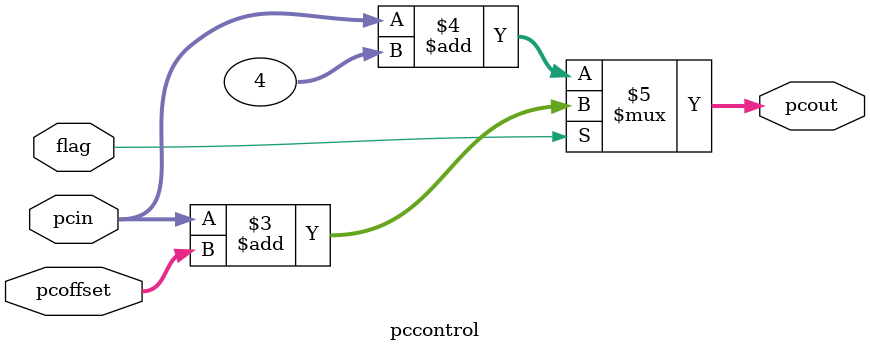
<source format=sv>

module core #(parameter WIDTH = 32) (
  input wire clock, nreset,
  input wire [31:0] programdata,
  input wire [WIDTH-1:0] readramdata,
  output wire writeram,
  output wire [WIDTH-1:0] programaddress,
  output wire [WIDTH-1:0] ramaddress,
  output wire [WIDTH-1:0] writeramdata
);

  // instruction truncation
  wire [6:0] function7;
  wire [2:0] function3;
  wire [6:0] operation;
  wire [4:0] rs1, rs2, rd;
  assign function7 = programdata[31:25];
  assign function3 = programdata[14:12];
  assign operation = programdata[6:0];
  assign rs2 = programdata[24:20];
  assign rs1 = programdata[19:15];
  assign rd  = programdata[11:7];

  // program counter
  wire [WIDTH-1:0] newpc;
  wire stall;
  pc #(WIDTH) pc(.clk(clock), .nrst(nreset), .stall, .addressin(newpc), .addressout(programaddress));

  // main decoder
  wire memload, memstore, regwrite, aluimm;
  control control(.clk(clock), .nrst(nreset), .op(operation), .meml(memload), .mems(memstore), .regw(regwrite), .aluimm, .stall);
  assign writeram = memstore;

  // ALU operation decoder
  wire [13:0] aluoperation;
  alucontrol alucontrol(.funct7(function7), .funct3(function3), .op(operation), .aluop(aluoperation));

  // immediate number generator
  wire [WIDTH-1:0] imm;
  immextend #(WIDTH) immextend(.inst(programdata), .imm);

  // register file
  wire [WIDTH-1:0] readdata1, readdata2, writebackdata;
  regfile #(WIDTH) regfile(.clk(clock), .nrst(nreset), .enw(regwrite), 
    .rs1addr(rs1), .rs2addr(rs2), .rdaddr(rd), 
    .rddata(writebackdata), .rs1data(readdata1), .rs2data(readdata2));
  
  // ALU immediate number mutilpexer
  wire [WIDTH-1:0] aludata2;
  mux #(WIDTH) immmux(.data1(imm), .data2(readdata2), .sel(aluimm), .datao(aludata2));

  // Arithmetic Logic Unit
  wire signed [WIDTH-1:0] result;
  wire zero;
  alu #(WIDTH) alu(.aluop(aluoperation), .datain1(readdata1), .datain2(aludata2), .result, .zero);

  // PC branch controller
  pccontrol #(WIDTH) pccontrol(.flag(zero), .pcoffset(imm), .pcin(programaddress), .pcout(newpc));

  // write back multiplexer
  mux #(WIDTH) wbmux(.data1(readramdata), .data2(result), .sel(memload), .datao(writebackdata));

  // read and write RAM address
  assign ramaddress = result;
  assign writeramdata = readdata2;

endmodule

module pc #(WIDTH = 32) (
  input wire clk, nrst, stall,
  input wire [WIDTH-1:0] addressin,
  output reg [WIDTH-1:0] addressout
);

  always_ff @(posedge clk, negedge nrst)
    if (~nrst)
      addressout <= 0;
    else if (~stall)
      addressout <= addressin;

endmodule

module control (
  input wire clk, nrst,
  input wire [6:0] op,
  output wire meml, mems, regw, aluimm, stall
);

  assign meml = op[6:4] == 3'b000;
  assign mems = op[6:4] == 3'b010;
  assign regw = (op[5:4] != 2'b10);
  assign aluimm = (~op[6]) & (op[5:4] != 2'b11);

  // pipeline stall for synchronous RAM read logic:
  // pc   : 0 | 1 | 1 | 2 |
  // meml : 0 | 1 | 1 | 0 |
  // state: F | F | S | F |
  // stall: 0 | 1 | 0 | 0 |
  //               or | 2 | 2 |
  //                  | 1 | 1 |
  //                  | F | S |
  //                  | 1 | 0 |

  enum {STALL, FLOW} state;

  assign stall = (meml && state == FLOW) ? 1 : 0;

  always_ff @(posedge clk, negedge nrst) begin
    if (~nrst)
      state <= FLOW;
    else
      case (state)
        FLOW:  if (meml) state <= STALL;
        STALL: state <= FLOW;
        default: state <= FLOW;
      endcase
  end

endmodule

module alucontrol (
  input wire [6:0] funct7,
  input wire [2:0] funct3,
  input wire [6:0] op,
  output wire [13:0] aluop
);

  logic ADD, SLL, SRA, XOR, AND, OR, MUL, MULH, RBUS0;
  logic EQ, NE, LT, GE, BBUS0;

  // B type
  assign EQ = op[6] & ~funct3[2] & ~funct3[0];
  assign NE = op[6] & ~funct3[2] &  funct3[0];
  assign LT = op[6] &  funct3[2] & ~funct3[0];
  assign GE = op[6] &  funct3[2] &  funct3[0];
  assign BBUS0 = ~op[6];

  // ALU
  assign RBUS0 = op[6];
  always_comb begin
    ADD  = 0;
    SLL  = 0;
    SRA  = 0;
    XOR  = 0;
    AND  = 0;
    OR   = 0;
    MUL  = 0;
    MULH = 0;
    if (~op[6])
      if (op[5:4] == 2'b11) // R type
        case (funct3)
          3'b000 : begin ADD  = ~funct7[0]; MUL  = funct7[0]; end
          3'b111 : AND  = 1;
          3'b110 : OR   = 1;
          3'b001 : begin SLL  = ~funct7[0]; MULH = funct7[0]; end
          3'b101 : SRA  = 1;
        endcase
      else if (funct3 == 3'b110) // I type: only one xori
        XOR = 1;
      else // S type
        ADD = 1;
  end

  assign aluop = {
    ADD, SLL, SRA, XOR, AND, OR, MUL, MULH, RBUS0, 
    EQ, NE, LT, GE, BBUS0};

endmodule

module immextend #(WIDTH = 32) (
  input wire [31:0] inst,
  output logic [WIDTH-1:0] imm
);

  // this core doesn't contain a J type
  wire [11:0] immi, imms, immb;
  assign immb = {inst[31], inst[7], inst[30:25], inst[11:8]};
  assign imms = {inst[31:25], inst[11:7]};
  assign immi = inst[31:20];

  always_comb begin
    imm = 0;
    case (inst[6:4])
      3'b001: imm = {{(WIDTH-12){immi[11]}}, immi}; // I type
      3'b000: imm = {{(WIDTH-12){immi[11]}}, immi}; // I type
      3'b010: imm = {{(WIDTH-12){imms[11]}}, imms}; // S type
      3'b110: imm = {{(WIDTH-13){immb[11]}}, immb, 1'b0}; // B type
    endcase
  end

endmodule

module regfile #(parameter WIDTH = 32) (
  input wire clk, nrst, enw,
  input wire [4:0] rs1addr, rs2addr, rdaddr,
  input wire [WIDTH-1:0] rddata,
  output wire [WIDTH-1:0] rs1data, rs2data
);

  // register file
  reg [WIDTH-1:0] x [31:0];

  // read
  assign rs1data = x[rs1addr];
  assign rs2data = x[rs2addr];

  // write
  always_ff @(posedge clk, negedge nrst) begin
    if (~nrst)
      for(int addr = 0; addr < 32; addr = addr + 1)
        x[addr] <= 0;
    else begin
      if (rdaddr != 0 && enw)
        x[rdaddr] <= rddata;
    end
  end

endmodule

module mux #(parameter WIDTH = 32) (
  input wire [WIDTH-1:0] data1, data2,
  input wire sel,
  output wire [WIDTH-1:0] datao
);

  assign datao = sel ? data1 : data2;

endmodule

module alu #(parameter WIDTH = 32)(
  input wire [13:0] aluop,
  input wire signed [WIDTH-1:0] datain1, datain2,
  output wire signed [WIDTH-1:0] result,
  output wire zero
);

  wire signed [2*WIDTH-1:0] databus;
  wire signed [2*WIDTH-1:0] data1, data2;
  // extend signed bit
  assign data1 = {{WIDTH{datain1[WIDTH-1]}}, datain1};
  assign data2 = {{WIDTH{datain2[WIDTH-1]}}, datain2};
  // result: aluop[13:5] = {13:ADD, 12:SLL, 11:SRA, 10:XOR, 9:AND, 8:OR, 7:MUL, 6:MULH, 5:RBUS0} 
  assign databus = aluop[13] ? datain1 + datain2 : 'z;
  assign databus = aluop[12] ? datain1 << datain2[4:0] : 'z;
  assign databus = aluop[11] ? {{WIDTH{datain1[WIDTH-1]}}, (datain1 >>> datain2[4:0])} : 'z; // arithmetic shift doesn't works, don't know why
  assign databus = aluop[10] ? datain1 ^ datain2 : 'z;
  assign databus = aluop[ 9] ? datain1 & datain2 : 'z;
  assign databus = aluop[ 8] ? datain1 | datain2 : 'z;
  assign databus = (aluop[7] | aluop[6]) ? data1 * data2 : 'z;
  assign databus = aluop[ 5] ? '0 : 'z;
  assign result[WIDTH-2:0]  = aluop[6] ? databus[2*WIDTH-1:WIDTH-1] : databus[WIDTH-2:0]; // bug located
  assign result[WIDTH-1]  = aluop[7] | aluop[6] ? databus[2*WIDTH-1] : databus[WIDTH-1];
  // branch flag: aluop[4:0] = {4:EQ, 3:NE, 2:LT, 1:GE, 0:BBUS0}
  wire equal, less;
  assign equal = data1 == data2;
  assign less = data1 < data2;
  assign zero = aluop[ 4] ?  equal : 'z;
  assign zero = aluop[ 3] ? ~equal : 'z;
  assign zero = aluop[ 2] ?   less : 'z;
  assign zero = aluop[ 1] ? ~less | equal : 'z;
  assign zero = aluop[ 0] ? 0 : 'z;

endmodule

module pccontrol #(parameter WIDTH = 32) (
  input wire flag,
  input wire [WIDTH-1:0] pcoffset,
  input wire [WIDTH-1:0] pcin,
  output wire [WIDTH-1:0] pcout
);

  assign pcout = flag ? pcin + pcoffset : pcin + 4;

endmodule
</source>
